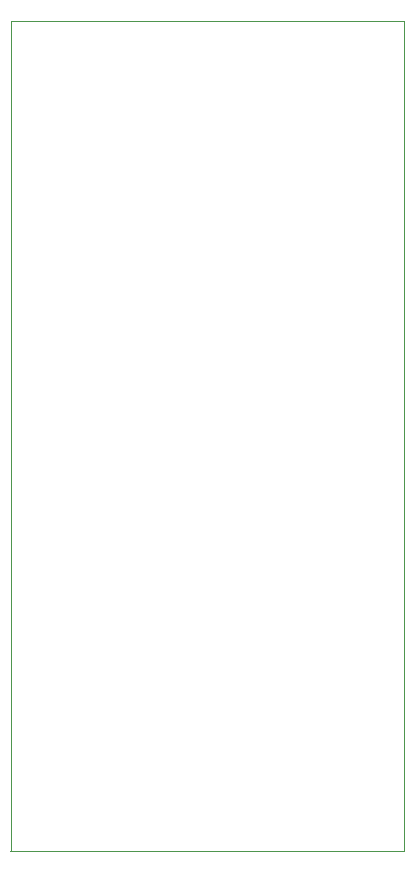
<source format=gm1>
%TF.GenerationSoftware,KiCad,Pcbnew,(5.1.10)-1*%
%TF.CreationDate,2021-08-05T17:04:43+02:00*%
%TF.ProjectId,kiCAD_projects,6b694341-445f-4707-926f-6a656374732e,rev?*%
%TF.SameCoordinates,Original*%
%TF.FileFunction,Profile,NP*%
%FSLAX46Y46*%
G04 Gerber Fmt 4.6, Leading zero omitted, Abs format (unit mm)*
G04 Created by KiCad (PCBNEW (5.1.10)-1) date 2021-08-05 17:04:43*
%MOMM*%
%LPD*%
G01*
G04 APERTURE LIST*
%TA.AperFunction,Profile*%
%ADD10C,0.100000*%
%TD*%
G04 APERTURE END LIST*
D10*
X517192260Y598444320D02*
X517192260Y528226020D01*
X483852220Y528226020D02*
X517192260Y528226020D01*
X483854760Y598444320D02*
X483854760Y528226020D01*
X483854760Y598444320D02*
X517192260Y598444320D01*
M02*

</source>
